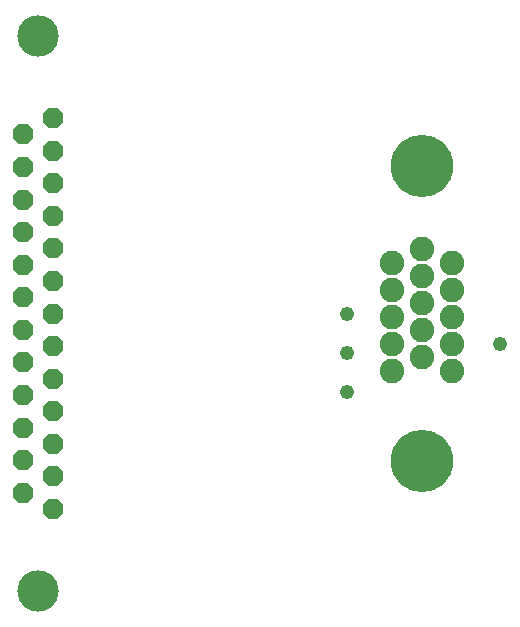
<source format=gbr>
G04 EAGLE Gerber RS-274X export*
G75*
%MOMM*%
%FSLAX34Y34*%
%LPD*%
%INSoldermask Bottom*%
%IPPOS*%
%AMOC8*
5,1,8,0,0,1.08239X$1,22.5*%
G01*
%ADD10P,1.869504X8X112.500000*%
%ADD11C,3.505200*%
%ADD12C,2.082800*%
%ADD13C,5.283200*%
%ADD14C,1.209600*%


D10*
X132080Y902208D03*
X132080Y874522D03*
X132080Y847090D03*
X132080Y819404D03*
X132080Y791718D03*
X132080Y764286D03*
X132080Y736600D03*
X132080Y708914D03*
X132080Y681482D03*
X132080Y653796D03*
X132080Y626110D03*
X132080Y598678D03*
X132080Y570992D03*
X106680Y888492D03*
X106680Y860806D03*
X106680Y833120D03*
X106680Y805688D03*
X106680Y778002D03*
X106680Y750316D03*
X106680Y722884D03*
X106680Y695198D03*
X106680Y667512D03*
X106680Y640080D03*
X106680Y612394D03*
X106680Y584708D03*
D11*
X119380Y971804D03*
X119380Y501396D03*
D12*
X444500Y768300D03*
X444500Y745400D03*
X444500Y722500D03*
X444500Y699600D03*
X469900Y779800D03*
X469900Y756900D03*
X469900Y734000D03*
X469900Y711100D03*
D13*
X444500Y861600D03*
X444500Y611600D03*
D12*
X444500Y791200D03*
X469900Y688200D03*
X419100Y779800D03*
X419100Y756900D03*
X419100Y734000D03*
X419100Y711100D03*
X419100Y688200D03*
D14*
X381000Y703580D03*
X381000Y670560D03*
X381000Y736600D03*
X510540Y711200D03*
M02*

</source>
